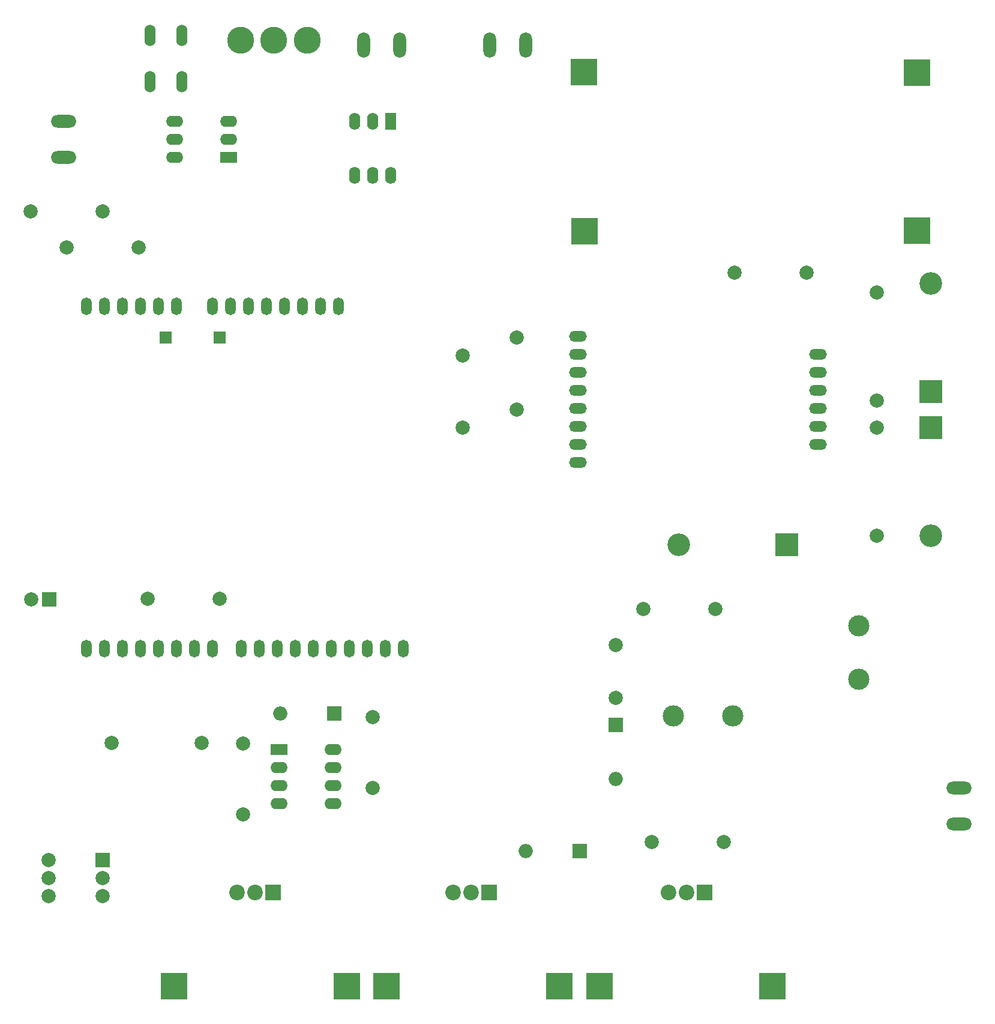
<source format=gbr>
G04 #@! TF.GenerationSoftware,KiCad,Pcbnew,5.0.2-bee76a0~70~ubuntu18.04.1*
G04 #@! TF.CreationDate,2018-12-30T23:51:28-06:00*
G04 #@! TF.ProjectId,MPPT,4d505054-2e6b-4696-9361-645f70636258,rev?*
G04 #@! TF.SameCoordinates,Original*
G04 #@! TF.FileFunction,Copper,L1,Top*
G04 #@! TF.FilePolarity,Positive*
%FSLAX46Y46*%
G04 Gerber Fmt 4.6, Leading zero omitted, Abs format (unit mm)*
G04 Created by KiCad (PCBNEW 5.0.2-bee76a0~70~ubuntu18.04.1) date Sun 30 Dec 2018 11:51:28 PM CST*
%MOMM*%
%LPD*%
G01*
G04 APERTURE LIST*
G04 #@! TA.AperFunction,ComponentPad*
%ADD10O,1.500000X2.500000*%
G04 #@! TD*
G04 #@! TA.AperFunction,ComponentPad*
%ADD11C,3.000000*%
G04 #@! TD*
G04 #@! TA.AperFunction,ComponentPad*
%ADD12R,3.200000X3.200000*%
G04 #@! TD*
G04 #@! TA.AperFunction,ComponentPad*
%ADD13O,3.200000X3.200000*%
G04 #@! TD*
G04 #@! TA.AperFunction,ComponentPad*
%ADD14R,3.816000X3.816000*%
G04 #@! TD*
G04 #@! TA.AperFunction,ComponentPad*
%ADD15C,2.000000*%
G04 #@! TD*
G04 #@! TA.AperFunction,ComponentPad*
%ADD16R,2.400000X1.600000*%
G04 #@! TD*
G04 #@! TA.AperFunction,ComponentPad*
%ADD17O,2.400000X1.600000*%
G04 #@! TD*
G04 #@! TA.AperFunction,ComponentPad*
%ADD18R,1.600000X2.400000*%
G04 #@! TD*
G04 #@! TA.AperFunction,ComponentPad*
%ADD19O,1.600000X2.400000*%
G04 #@! TD*
G04 #@! TA.AperFunction,ComponentPad*
%ADD20R,3.810000X3.810000*%
G04 #@! TD*
G04 #@! TA.AperFunction,ComponentPad*
%ADD21O,1.524000X3.048000*%
G04 #@! TD*
G04 #@! TA.AperFunction,ComponentPad*
%ADD22O,3.581400X1.790700*%
G04 #@! TD*
G04 #@! TA.AperFunction,ComponentPad*
%ADD23O,1.790700X3.581400*%
G04 #@! TD*
G04 #@! TA.AperFunction,ComponentPad*
%ADD24C,3.810000*%
G04 #@! TD*
G04 #@! TA.AperFunction,ComponentPad*
%ADD25R,1.700000X1.700000*%
G04 #@! TD*
G04 #@! TA.AperFunction,ComponentPad*
%ADD26O,2.500000X1.500000*%
G04 #@! TD*
G04 #@! TA.AperFunction,ComponentPad*
%ADD27O,2.000000X2.000000*%
G04 #@! TD*
G04 #@! TA.AperFunction,ComponentPad*
%ADD28R,2.000000X2.000000*%
G04 #@! TD*
G04 #@! TA.AperFunction,ComponentPad*
%ADD29R,2.200000X2.200000*%
G04 #@! TD*
G04 #@! TA.AperFunction,ComponentPad*
%ADD30C,2.200000*%
G04 #@! TD*
G04 APERTURE END LIST*
D10*
G04 #@! TO.P,A1,32*
G04 #@! TO.N,Net-(A1-Pad32)*
X58905999Y-94672669D03*
G04 #@! TO.P,A1,31*
G04 #@! TO.N,Net-(A1-Pad31)*
X56365999Y-94672669D03*
G04 #@! TO.P,A1,1*
G04 #@! TO.N,Net-(A1-Pad1)*
X49765999Y-46412669D03*
G04 #@! TO.P,A1,17*
G04 #@! TO.N,Net-(A1-Pad17)*
X19285999Y-94672669D03*
G04 #@! TO.P,A1,2*
G04 #@! TO.N,Net-(A1-Pad2)*
X47225999Y-46412669D03*
G04 #@! TO.P,A1,18*
G04 #@! TO.N,Net-(A1-Pad18)*
X21825999Y-94672669D03*
G04 #@! TO.P,A1,3*
G04 #@! TO.N,Net-(A1-Pad3)*
X44685999Y-46412669D03*
G04 #@! TO.P,A1,19*
G04 #@! TO.N,Net-(A1-Pad19)*
X24365999Y-94672669D03*
G04 #@! TO.P,A1,4*
G04 #@! TO.N,Net-(A1-Pad4)*
X42145999Y-46412669D03*
G04 #@! TO.P,A1,20*
G04 #@! TO.N,Net-(A1-Pad20)*
X26905999Y-94672669D03*
G04 #@! TO.P,A1,5*
G04 #@! TO.N,Net-(A1-Pad5)*
X39605999Y-46412669D03*
G04 #@! TO.P,A1,21*
G04 #@! TO.N,Net-(A1-Pad21)*
X29445999Y-94672669D03*
G04 #@! TO.P,A1,6*
G04 #@! TO.N,Net-(A1-Pad6)*
X37065999Y-46412669D03*
G04 #@! TO.P,A1,22*
G04 #@! TO.N,Net-(A1-Pad22)*
X31985999Y-94672669D03*
G04 #@! TO.P,A1,7*
G04 #@! TO.N,Net-(A1-Pad7)*
X34525999Y-46412669D03*
G04 #@! TO.P,A1,23*
G04 #@! TO.N,Net-(A1-Pad23)*
X36045999Y-94672669D03*
G04 #@! TO.P,A1,8*
G04 #@! TO.N,+5V*
X31985999Y-46412669D03*
G04 #@! TO.P,A1,24*
G04 #@! TO.N,Net-(A1-Pad24)*
X38585999Y-94672669D03*
G04 #@! TO.P,A1,9*
G04 #@! TO.N,Net-(A1-Pad9)*
X26905999Y-46412669D03*
G04 #@! TO.P,A1,25*
G04 #@! TO.N,Net-(A1-Pad25)*
X41125999Y-94672669D03*
G04 #@! TO.P,A1,10*
G04 #@! TO.N,Net-(A1-Pad10)*
X24365999Y-46412669D03*
G04 #@! TO.P,A1,26*
G04 #@! TO.N,Net-(A1-Pad26)*
X43665999Y-94672669D03*
G04 #@! TO.P,A1,11*
G04 #@! TO.N,Net-(A1-Pad11)*
X21825999Y-46412669D03*
G04 #@! TO.P,A1,27*
G04 #@! TO.N,Net-(A1-Pad27)*
X46205999Y-94672669D03*
G04 #@! TO.P,A1,12*
G04 #@! TO.N,Net-(A1-Pad12)*
X19285999Y-46412669D03*
G04 #@! TO.P,A1,28*
G04 #@! TO.N,Net-(A1-Pad28)*
X48745999Y-94672669D03*
G04 #@! TO.P,A1,13*
G04 #@! TO.N,Net-(A1-Pad13)*
X16745999Y-46412669D03*
G04 #@! TO.P,A1,29*
G04 #@! TO.N,GND*
X51285999Y-94672669D03*
G04 #@! TO.P,A1,14*
G04 #@! TO.N,Net-(A1-Pad14)*
X14205999Y-46412669D03*
G04 #@! TO.P,A1,30*
G04 #@! TO.N,Net-(A1-Pad30)*
X53825999Y-94672669D03*
G04 #@! TO.P,A1,15*
G04 #@! TO.N,Net-(A1-Pad15)*
X14205999Y-94672669D03*
G04 #@! TO.P,A1,16*
G04 #@! TO.N,Net-(A1-Pad16)*
X16745999Y-94672669D03*
G04 #@! TD*
D11*
G04 #@! TO.P,C5,2*
G04 #@! TO.N,GND*
X123190000Y-98940000D03*
G04 #@! TO.P,C5,1*
G04 #@! TO.N,Net-(C5-Pad1)*
X123190000Y-91440000D03*
G04 #@! TD*
D12*
G04 #@! TO.P,D4,1*
G04 #@! TO.N,Net-(D4-Pad1)*
X113030000Y-80010000D03*
D13*
G04 #@! TO.P,D4,2*
G04 #@! TO.N,Net-(C5-Pad1)*
X97790000Y-80010000D03*
G04 #@! TD*
D14*
G04 #@! TO.P,HS1,P$1*
G04 #@! TO.N,N/C*
X56571000Y-142217000D03*
G04 #@! TO.P,HS1,P$2*
X80955000Y-142217000D03*
G04 #@! TD*
G04 #@! TO.P,HS2,P$2*
G04 #@! TO.N,N/C*
X50955000Y-142217000D03*
G04 #@! TO.P,HS2,P$1*
X26571000Y-142217000D03*
G04 #@! TD*
G04 #@! TO.P,HS3,P$2*
G04 #@! TO.N,N/C*
X110955000Y-142217000D03*
G04 #@! TO.P,HS3,P$1*
X86571000Y-142217000D03*
G04 #@! TD*
D15*
G04 #@! TO.P,R1,2*
G04 #@! TO.N,Net-(D2-Pad1)*
X104140000Y-121920000D03*
G04 #@! TO.P,R1,1*
G04 #@! TO.N,Net-(C1-Pad1)*
X93980000Y-121920000D03*
G04 #@! TD*
G04 #@! TO.P,R2,1*
G04 #@! TO.N,Net-(A1-Pad14)*
X67310000Y-63500000D03*
G04 #@! TO.P,R2,2*
G04 #@! TO.N,+5V*
X67310000Y-53340000D03*
G04 #@! TD*
G04 #@! TO.P,R3,2*
G04 #@! TO.N,+5V*
X74930000Y-50800000D03*
G04 #@! TO.P,R3,1*
G04 #@! TO.N,Net-(A1-Pad13)*
X74930000Y-60960000D03*
G04 #@! TD*
G04 #@! TO.P,R4,1*
G04 #@! TO.N,Net-(C5-Pad1)*
X102931000Y-89027000D03*
G04 #@! TO.P,R4,2*
G04 #@! TO.N,Net-(C4-Pad2)*
X92771000Y-89027000D03*
G04 #@! TD*
D16*
G04 #@! TO.P,U1,1*
G04 #@! TO.N,Net-(C1-Pad1)*
X41400400Y-108910000D03*
D17*
G04 #@! TO.P,U1,5*
G04 #@! TO.N,Net-(Q3-Pad1)*
X49020400Y-116530000D03*
G04 #@! TO.P,U1,2*
G04 #@! TO.N,Net-(A1-Pad19)*
X41400400Y-111450000D03*
G04 #@! TO.P,U1,6*
G04 #@! TO.N,Net-(C3-Pad1)*
X49020400Y-113990000D03*
G04 #@! TO.P,U1,3*
G04 #@! TO.N,Net-(A1-Pad18)*
X41400400Y-113990000D03*
G04 #@! TO.P,U1,7*
G04 #@! TO.N,Net-(D2-Pad2)*
X49020400Y-111450000D03*
G04 #@! TO.P,U1,4*
G04 #@! TO.N,GND*
X41400400Y-116530000D03*
G04 #@! TO.P,U1,8*
G04 #@! TO.N,Net-(C3-Pad2)*
X49020400Y-108910000D03*
G04 #@! TD*
D15*
G04 #@! TO.P,R6,1*
G04 #@! TO.N,Net-(C1-Pad1)*
X125730000Y-78740000D03*
G04 #@! TO.P,R6,2*
G04 #@! TO.N,Net-(R6-Pad2)*
X125730000Y-63500000D03*
G04 #@! TD*
G04 #@! TO.P,R7,2*
G04 #@! TO.N,Net-(IC1-Pad4)*
X125730000Y-44450000D03*
G04 #@! TO.P,R7,1*
G04 #@! TO.N,Net-(D4-Pad1)*
X125730000Y-59690000D03*
G04 #@! TD*
G04 #@! TO.P,R8,2*
G04 #@! TO.N,Net-(J4-Pad1)*
X22860000Y-87630000D03*
G04 #@! TO.P,R8,1*
G04 #@! TO.N,Net-(A1-Pad27)*
X33020000Y-87630000D03*
G04 #@! TD*
G04 #@! TO.P,R9,1*
G04 #@! TO.N,GND*
X105613000Y-41605200D03*
G04 #@! TO.P,R9,2*
G04 #@! TO.N,Net-(IC1-Pad4)*
X115773000Y-41605200D03*
G04 #@! TD*
G04 #@! TO.P,R10,2*
G04 #@! TO.N,Net-(IC2-Pad1)*
X21590000Y-38100000D03*
G04 #@! TO.P,R10,1*
G04 #@! TO.N,Net-(A1-Pad21)*
X11430000Y-38100000D03*
G04 #@! TD*
D17*
G04 #@! TO.P,IC1,6*
G04 #@! TO.N,Net-(IC1-Pad6)*
X26670000Y-25400000D03*
G04 #@! TO.P,IC1,3*
G04 #@! TO.N,Net-(IC1-Pad3)*
X34290000Y-20320000D03*
G04 #@! TO.P,IC1,5*
G04 #@! TO.N,Net-(IC1-Pad5)*
X26670000Y-22860000D03*
G04 #@! TO.P,IC1,2*
G04 #@! TO.N,GND*
X34290000Y-22860000D03*
G04 #@! TO.P,IC1,4*
G04 #@! TO.N,Net-(IC1-Pad4)*
X26670000Y-20320000D03*
D16*
G04 #@! TO.P,IC1,1*
G04 #@! TO.N,Net-(IC1-Pad1)*
X34290000Y-25400000D03*
G04 #@! TD*
D18*
G04 #@! TO.P,IC2,1*
G04 #@! TO.N,Net-(IC2-Pad1)*
X57150000Y-20320000D03*
D19*
G04 #@! TO.P,IC2,4*
G04 #@! TO.N,Net-(IC2-Pad4)*
X52070000Y-27940000D03*
G04 #@! TO.P,IC2,2*
G04 #@! TO.N,GND*
X54610000Y-20320000D03*
G04 #@! TO.P,IC2,5*
G04 #@! TO.N,Net-(IC2-Pad5)*
X54610000Y-27940000D03*
G04 #@! TO.P,IC2,3*
G04 #@! TO.N,Net-(IC2-Pad3)*
X52070000Y-20320000D03*
G04 #@! TO.P,IC2,6*
G04 #@! TO.N,+5V*
X57150000Y-27940000D03*
G04 #@! TD*
D15*
G04 #@! TO.P,R5,1*
G04 #@! TO.N,Net-(A1-Pad20)*
X6350000Y-33020000D03*
G04 #@! TO.P,R5,2*
G04 #@! TO.N,Net-(IC1-Pad1)*
X16510000Y-33020000D03*
G04 #@! TD*
D20*
G04 #@! TO.P,U2,GND_OUT*
G04 #@! TO.N,GND*
X84350000Y-13330000D03*
G04 #@! TO.P,U2,OUT*
G04 #@! TO.N,+5V*
X84450000Y-35830000D03*
G04 #@! TO.P,U2,IN*
G04 #@! TO.N,Net-(D6-Pad1)*
X131350000Y-35730000D03*
G04 #@! TO.P,U2,GND_IN*
G04 #@! TO.N,GND*
X131350000Y-13430000D03*
G04 #@! TD*
D21*
G04 #@! TO.P,S1,1*
G04 #@! TO.N,Net-(S1-Pad1)*
X23139400Y-14681200D03*
G04 #@! TO.P,S1,3*
G04 #@! TO.N,Net-(S1-Pad3)*
X27660600Y-14681200D03*
G04 #@! TO.P,S1,2*
G04 #@! TO.N,Net-(IC1-Pad4)*
X23139400Y-8178800D03*
G04 #@! TO.P,S1,4*
G04 #@! TO.N,Net-(IC1-Pad6)*
X27660600Y-8178800D03*
G04 #@! TD*
D22*
G04 #@! TO.P,U3,2*
G04 #@! TO.N,Net-(R6-Pad2)*
X137287000Y-119380000D03*
G04 #@! TO.P,U3,1*
G04 #@! TO.N,GND*
X137287000Y-114300000D03*
G04 #@! TD*
D12*
G04 #@! TO.P,D6,1*
G04 #@! TO.N,Net-(D6-Pad1)*
X133350000Y-58420000D03*
D13*
G04 #@! TO.P,D6,2*
G04 #@! TO.N,Net-(D4-Pad1)*
X133350000Y-43180000D03*
G04 #@! TD*
G04 #@! TO.P,D7,2*
G04 #@! TO.N,Net-(C1-Pad1)*
X133350000Y-78740000D03*
D12*
G04 #@! TO.P,D7,1*
G04 #@! TO.N,Net-(D6-Pad1)*
X133350000Y-63500000D03*
G04 #@! TD*
D23*
G04 #@! TO.P,U4,1*
G04 #@! TO.N,GND*
X53340000Y-9525000D03*
G04 #@! TO.P,U4,2*
G04 #@! TO.N,Net-(SW1-Pad2)*
X58420000Y-9525000D03*
G04 #@! TD*
D22*
G04 #@! TO.P,U5,2*
G04 #@! TO.N,Net-(IC1-Pad4)*
X10947400Y-20320000D03*
G04 #@! TO.P,U5,1*
G04 #@! TO.N,GND*
X10947400Y-25400000D03*
G04 #@! TD*
D23*
G04 #@! TO.P,U6,2*
G04 #@! TO.N,Net-(IC2-Pad4)*
X76200000Y-9525000D03*
G04 #@! TO.P,U6,1*
G04 #@! TO.N,GND*
X71120000Y-9525000D03*
G04 #@! TD*
D24*
G04 #@! TO.P,SW1,1*
G04 #@! TO.N,Net-(IC1-Pad6)*
X35941000Y-8890000D03*
G04 #@! TO.P,SW1,2*
G04 #@! TO.N,Net-(SW1-Pad2)*
X40640000Y-8890000D03*
G04 #@! TO.P,SW1,3*
G04 #@! TO.N,Net-(SW1-Pad3)*
X45339000Y-8890000D03*
G04 #@! TD*
D25*
G04 #@! TO.P,J1,1*
G04 #@! TO.N,Net-(A1-Pad9)*
X25400000Y-50800000D03*
G04 #@! TD*
G04 #@! TO.P,J2,1*
G04 #@! TO.N,+5V*
X33020000Y-50800000D03*
G04 #@! TD*
D26*
G04 #@! TO.P,X2,1*
G04 #@! TO.N,+5V*
X83529000Y-68406600D03*
G04 #@! TO.P,X2,2*
G04 #@! TO.N,GND*
X83529000Y-65866600D03*
G04 #@! TO.P,X2,3*
G04 #@! TO.N,Net-(A1-Pad14)*
X83529000Y-63326600D03*
G04 #@! TO.P,X2,4*
G04 #@! TO.N,Net-(A1-Pad13)*
X83529000Y-60786600D03*
G04 #@! TO.P,X2,5*
G04 #@! TO.N,Net-(X2-Pad5)*
X83529000Y-58246600D03*
G04 #@! TO.P,X2,6*
G04 #@! TO.N,Net-(X2-Pad6)*
X83529000Y-55706600D03*
G04 #@! TO.P,X2,7*
G04 #@! TO.N,Net-(X2-Pad7)*
X83529000Y-53166600D03*
G04 #@! TO.P,X2,8*
G04 #@! TO.N,Net-(X2-Pad8)*
X83529000Y-50626600D03*
G04 #@! TO.P,X2,9*
G04 #@! TO.N,Net-(C1-Pad1)*
X117429000Y-65866600D03*
G04 #@! TO.P,X2,10*
G04 #@! TO.N,Net-(R6-Pad2)*
X117429000Y-63326600D03*
G04 #@! TO.P,X2,11*
G04 #@! TO.N,Net-(D4-Pad1)*
X117429000Y-60786600D03*
G04 #@! TO.P,X2,12*
G04 #@! TO.N,Net-(IC1-Pad4)*
X117429000Y-58246600D03*
G04 #@! TO.P,X2,13*
G04 #@! TO.N,Net-(X2-Pad13)*
X117429000Y-55706600D03*
G04 #@! TO.P,X2,14*
G04 #@! TO.N,Net-(X2-Pad14)*
X117429000Y-53166600D03*
G04 #@! TD*
D27*
G04 #@! TO.P,D2,2*
G04 #@! TO.N,Net-(D2-Pad2)*
X76200000Y-123190000D03*
D28*
G04 #@! TO.P,D2,1*
G04 #@! TO.N,Net-(D2-Pad1)*
X83820000Y-123190000D03*
G04 #@! TD*
G04 #@! TO.P,D3,1*
G04 #@! TO.N,Net-(C3-Pad1)*
X88900000Y-105410000D03*
D27*
G04 #@! TO.P,D3,2*
G04 #@! TO.N,GND*
X88900000Y-113030000D03*
G04 #@! TD*
D11*
G04 #@! TO.P,L1,1*
G04 #@! TO.N,Net-(C5-Pad1)*
X105419000Y-104115000D03*
G04 #@! TO.P,L1,2*
G04 #@! TO.N,Net-(C3-Pad1)*
X97019000Y-104115000D03*
G04 #@! TD*
D15*
G04 #@! TO.P,C1,1*
G04 #@! TO.N,Net-(C1-Pad1)*
X30480000Y-107950000D03*
G04 #@! TO.P,C1,2*
G04 #@! TO.N,GND*
X17780000Y-107950000D03*
G04 #@! TD*
D28*
G04 #@! TO.P,D1,1*
G04 #@! TO.N,Net-(C3-Pad2)*
X49184200Y-103784000D03*
D27*
G04 #@! TO.P,D1,2*
G04 #@! TO.N,Net-(C1-Pad1)*
X41564200Y-103784000D03*
G04 #@! TD*
D28*
G04 #@! TO.P,J4,1*
G04 #@! TO.N,Net-(J4-Pad1)*
X8915400Y-87706200D03*
D15*
G04 #@! TO.P,J4,2*
G04 #@! TO.N,GND*
X6375400Y-87706200D03*
G04 #@! TD*
G04 #@! TO.P,C2,1*
G04 #@! TO.N,Net-(C1-Pad1)*
X36306400Y-108001000D03*
G04 #@! TO.P,C2,2*
G04 #@! TO.N,GND*
X36306400Y-118001000D03*
G04 #@! TD*
G04 #@! TO.P,C3,2*
G04 #@! TO.N,Net-(C3-Pad2)*
X54610000Y-104300000D03*
G04 #@! TO.P,C3,1*
G04 #@! TO.N,Net-(C3-Pad1)*
X54610000Y-114300000D03*
G04 #@! TD*
D28*
G04 #@! TO.P,J3,1*
G04 #@! TO.N,Net-(J3-Pad1)*
X16510000Y-124460000D03*
D15*
G04 #@! TO.P,J3,2*
G04 #@! TO.N,Net-(J3-Pad2)*
X16510000Y-127000000D03*
G04 #@! TO.P,J3,3*
G04 #@! TO.N,GND*
X16510000Y-129540000D03*
G04 #@! TD*
G04 #@! TO.P,RV1,1*
G04 #@! TO.N,Net-(J3-Pad1)*
X8890000Y-124460000D03*
G04 #@! TO.P,RV1,2*
G04 #@! TO.N,Net-(J3-Pad2)*
X8890000Y-127000000D03*
G04 #@! TO.P,RV1,3*
G04 #@! TO.N,GND*
X8890000Y-129540000D03*
G04 #@! TD*
D29*
G04 #@! TO.P,Q1,1*
G04 #@! TO.N,Net-(D2-Pad1)*
X101384000Y-129057000D03*
D30*
G04 #@! TO.P,Q1,2*
G04 #@! TO.N,Net-(Q1-Pad2)*
X98844000Y-129057000D03*
G04 #@! TO.P,Q1,3*
G04 #@! TO.N,Net-(C1-Pad1)*
X96304000Y-129057000D03*
G04 #@! TD*
G04 #@! TO.P,Q2,3*
G04 #@! TO.N,Net-(C3-Pad1)*
X65913000Y-129057000D03*
G04 #@! TO.P,Q2,2*
G04 #@! TO.N,Net-(Q1-Pad2)*
X68453000Y-129057000D03*
D29*
G04 #@! TO.P,Q2,1*
G04 #@! TO.N,Net-(D2-Pad2)*
X70993000Y-129057000D03*
G04 #@! TD*
G04 #@! TO.P,Q3,1*
G04 #@! TO.N,Net-(Q3-Pad1)*
X40513000Y-129057000D03*
D30*
G04 #@! TO.P,Q3,2*
G04 #@! TO.N,Net-(C3-Pad1)*
X37973000Y-129057000D03*
G04 #@! TO.P,Q3,3*
G04 #@! TO.N,GND*
X35433000Y-129057000D03*
G04 #@! TD*
D15*
G04 #@! TO.P,C4,1*
G04 #@! TO.N,Net-(C3-Pad1)*
X88900000Y-101600000D03*
G04 #@! TO.P,C4,2*
G04 #@! TO.N,Net-(C4-Pad2)*
X88900000Y-94100000D03*
G04 #@! TD*
M02*

</source>
